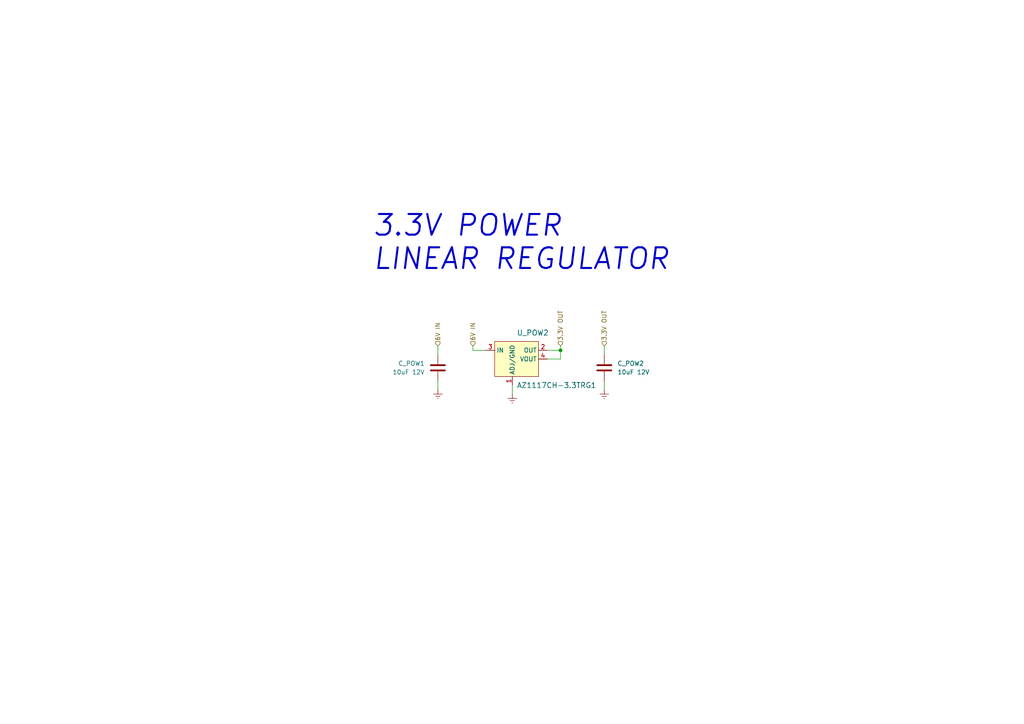
<source format=kicad_sch>
(kicad_sch (version 20211123) (generator eeschema)
  (paper "A4")
  (title_block (title "E-TKT") (date "2022-07-21") (rev "3") (company "Andrei Speridiao"))
  (lib_symbols
    (symbol "Device:C" (pin_numbers hide) (pin_names (offset 0.254))
      (property "Reference" "C" (at 0.635 2.54 0))
      (property "Value" "C" (at 0.635 -2.54 0))
      (symbol "C_0_1"
        (polyline (pts (xy -2.032 -0.762) (xy 2.032 -0.762)) (stroke (width 0.508)))
        (polyline (pts (xy -2.032 0.762) (xy 2.032 0.762)) (stroke (width 0.508)))
      )
      (symbol "C_1_1"
        (pin passive line (at 0 3.81 270) (length 2.794) (name "~") (number "1"))
        (pin passive line (at 0 -3.81 90) (length 2.794) (name "~") (number "2"))
      )
    )
    (symbol "dk_PMIC-Voltage-Regulators-Linear:AZ1117CH-3_3TRG1"
      (property "Reference" "U" (at 1.27 3.81 0))
      (property "Value" "AZ1117CH-3_3TRG1" (at 1.27 6.35 0))
      (symbol "AZ1117CH-3_3TRG1_0_1"
        (rectangle (start -5.08 2.54) (end 7.62 -7.62) (fill (type background)))
      )
      (symbol "AZ1117CH-3_3TRG1_1_1"
        (pin power_in line (at 0 -10.16 90) (length 2.54) (name "ADJ/GND") (number "1"))
        (pin power_out line (at 10.16 0 180) (length 2.54) (name "OUT") (number "2"))
        (pin power_in line (at -7.62 0 0) (length 2.54) (name "IN") (number "3"))
        (pin power_out line (at 10.16 -2.54 180) (length 2.54) (name "VOUT") (number "4"))
      )
    )
    (symbol "power:GNDREF" (power) (pin_names (offset 0))
      (property "Value" "GNDREF" (at 0 -3.81 0))
      (symbol "GNDREF_0_1"
        (polyline (pts (xy -0.635 -1.905) (xy 0.635 -1.905)))
        (polyline (pts (xy -0.127 -2.54) (xy 0.127 -2.54)))
        (polyline (pts (xy 0 -1.27) (xy 0 0)))
        (polyline (pts (xy 1.27 -1.27) (xy -1.27 -1.27)))
      )
      (symbol "GNDREF_1_1"
        (pin power_in line (at 0 0 270) (length 0) hide (name "GNDREF") (number "1"))
      )
    )
  )
  (junction (at 162.56 101.6))
  (wire (pts (xy 148.59 111.76) (xy 148.59 114.3)))
  (wire (pts (xy 158.75 101.6) (xy 162.56 101.6)))
  (wire (pts (xy 162.56 100.33) (xy 162.56 101.6)))
  (wire (pts (xy 137.16 101.6) (xy 140.97 101.6)))
  (wire (pts (xy 175.26 100.33) (xy 175.26 102.87)))
  (wire (pts (xy 127 100.33) (xy 127 102.87)))
  (wire (pts (xy 158.75 104.14) (xy 162.56 104.14)))
  (wire (pts (xy 162.56 101.6) (xy 162.56 104.14)))
  (wire (pts (xy 137.16 100.33) (xy 137.16 101.6)))
  (wire (pts (xy 127 110.49) (xy 127 113.03)))
  (wire (pts (xy 175.26 110.49) (xy 175.26 113.03)))
  (text "3.3V POWER\nLINEAR REGULATOR" (at 107.95 78.74 0) (effects (font (size 6 6) (thickness 0.6) bold italic) (justify left bottom)))
  (hierarchical_label "3.3V OUT" (shape input) (at 175.26 100.33 90))
  (hierarchical_label "3.3V OUT" (shape input) (at 162.56 100.33 90))
  (hierarchical_label "6V IN" (shape input) (at 137.16 100.33 90))
  (hierarchical_label "6V IN" (shape input) (at 127 100.33 90))
  (symbol (lib_id "power:GNDREF") (at 148.59 114.3 0) (unit 1)
    (property "Reference" "#PWR0104" (effects hide))
    (property "Value" "GNDREF" (effects hide))
  )
  (symbol (lib_id "dk_PMIC-Voltage-Regulators-Linear:AZ1117CH-3_3TRG1") (at 148.59 101.6 0) (unit 1)
    (property "Reference" "U_POW2" (at 149.86 96.52 0) (effects (font (size 1.524 1.524)) (justify left)))
    (property "Value" "AZ1117CH-3.3TRG1" (at 149.86 111.76 0) (effects (font (size 1.524 1.524)) (justify left)))
    (property "Footprint" "Package_TO_SOT_SMD:SOT-223" (effects hide))
    (property "Datasheet" "https://br.mouser.com/datasheet/2/115/DIOD_S_A0007713706_1-2542909.pdf" (effects hide))
    (property "#" "AZ1117CH-3.3TRG1" (effects hide))
    (property "Description" "REG LINEAR 3.3V 800MA SOT223" (effects hide))
    (property "Group" "3V3 power" (effects hide))
    (property "Mouser" "OK" (effects hide))
  )
  (symbol (lib_id "Device:C") (at 127 106.68 0) (unit 1)
    (property "Reference" "C_POW1" (at 123.19 105.41 0) (effects (justify right)))
    (property "Value" "10uF 12V" (at 123.19 107.95 0) (effects (justify right)))
    (property "Footprint" "Capacitor_SMD:C_0603_1608Metric_Pad1.08x0.95mm_HandSolder" (effects hide))
    (property "Datasheet" "https://product.tdk.com/system/files/dam/doc/product/capacitor/ceramic/mlcc/catalog/mlcc_commercial_general_en.pdf?ref_disty=mouser" (effects hide))
    (property "#" "GRM188Z71A106KA73D" (effects hide))
    (property "Description" "Decouple" (effects hide))
    (property "Group" "3V3 power" (effects hide))
    (property "Obs" "wes" (effects hide))
    (property "Mouser" "OK" (effects hide))
  )
  (symbol (lib_id "power:GNDREF") (at 175.26 113.03 0) (unit 1)
    (property "Reference" "#PWR0105" (effects hide))
    (property "Value" "GNDREF" (effects hide))
  )
  (symbol (lib_id "power:GNDREF") (at 127 113.03 0) (unit 1)
    (property "Reference" "#PWR0102" (effects hide))
    (property "Value" "GNDREF" (effects hide))
  )
  (symbol (lib_id "Device:C") (at 175.26 106.68 0) (unit 1)
    (property "Reference" "C_POW2" (at 179.07 105.41 0) (effects (justify left)))
    (property "Value" "10uF 12V" (at 179.07 107.95 0) (effects (justify left)))
    (property "Footprint" "Capacitor_SMD:C_0603_1608Metric_Pad1.08x0.95mm_HandSolder" (effects hide))
    (property "Datasheet" "https://br.mouser.com/datasheet/2/585/MLCC-1837944.pdf" (effects hide))
    (property "#" "GRM188Z71A106KA73D" (effects hide))
    (property "Description" "Decouple" (effects hide))
    (property "Group" "3V3 power" (effects hide))
    (property "Obs" "wes" (effects hide))
    (property "Mouser" "OK" (effects hide))
  )
)
</source>
